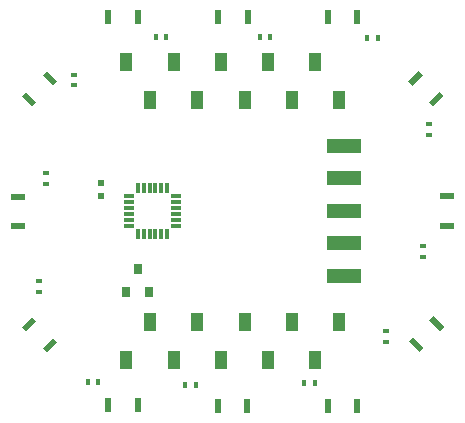
<source format=gbp>
G04 #@! TF.FileFunction,Paste,Bot*
%FSLAX46Y46*%
G04 Gerber Fmt 4.6, Leading zero omitted, Abs format (unit mm)*
G04 Created by KiCad (PCBNEW 4.0.7-e2-6376~58~ubuntu16.04.1) date Thu Aug  2 19:25:17 2018*
%MOMM*%
%LPD*%
G01*
G04 APERTURE LIST*
%ADD10C,0.100000*%
%ADD11R,1.000000X1.600000*%
%ADD12R,0.500000X1.250000*%
%ADD13R,0.850000X0.300000*%
%ADD14R,0.300000X0.850000*%
%ADD15R,1.250000X0.500000*%
%ADD16R,0.800000X0.900000*%
%ADD17R,0.500000X0.600000*%
%ADD18R,0.400000X0.600000*%
%ADD19R,0.600000X0.400000*%
%ADD20R,3.000000X1.250000*%
G04 APERTURE END LIST*
D10*
D11*
X148000000Y-87600000D03*
X146000000Y-84400000D03*
X144000000Y-87600000D03*
X142000000Y-84400000D03*
X140000000Y-87600000D03*
X138000000Y-84400000D03*
X136000000Y-87600000D03*
X134000000Y-84400000D03*
X132000000Y-87600000D03*
X130000000Y-84400000D03*
D12*
X130980000Y-80540000D03*
X128480000Y-80540000D03*
X140260000Y-80570000D03*
X137760000Y-80570000D03*
X149530000Y-80550000D03*
X147030000Y-80550000D03*
X147040000Y-113450000D03*
X149540000Y-113450000D03*
X128470000Y-113390000D03*
X130970000Y-113390000D03*
D13*
X134160000Y-95730000D03*
X134160000Y-96230000D03*
X134160000Y-96730000D03*
X134160000Y-97230000D03*
X134160000Y-97730000D03*
X134160000Y-98230000D03*
D14*
X133460000Y-98930000D03*
X132960000Y-98930000D03*
X132460000Y-98930000D03*
X131960000Y-98930000D03*
X131460000Y-98930000D03*
X130960000Y-98930000D03*
D13*
X130260000Y-98230000D03*
X130260000Y-97730000D03*
X130260000Y-97230000D03*
X130260000Y-96730000D03*
X130260000Y-96230000D03*
X130260000Y-95730000D03*
D14*
X130960000Y-95030000D03*
X131460000Y-95030000D03*
X131960000Y-95030000D03*
X132460000Y-95030000D03*
X132960000Y-95030000D03*
X133460000Y-95030000D03*
D10*
G36*
X156872601Y-87248718D02*
X155988718Y-88132601D01*
X155635165Y-87779048D01*
X156519048Y-86895165D01*
X156872601Y-87248718D01*
X156872601Y-87248718D01*
G37*
G36*
X155104835Y-85480952D02*
X154220952Y-86364835D01*
X153867399Y-86011282D01*
X154751282Y-85127399D01*
X155104835Y-85480952D01*
X155104835Y-85480952D01*
G37*
D15*
X157120000Y-98250000D03*
X157120000Y-95750000D03*
X120860000Y-95760000D03*
X120860000Y-98260000D03*
D12*
X137750000Y-113450000D03*
X140250000Y-113450000D03*
D10*
G36*
X121127399Y-106811282D02*
X122011282Y-105927399D01*
X122364835Y-106280952D01*
X121480952Y-107164835D01*
X121127399Y-106811282D01*
X121127399Y-106811282D01*
G37*
G36*
X122895165Y-108579048D02*
X123779048Y-107695165D01*
X124132601Y-108048718D01*
X123248718Y-108932601D01*
X122895165Y-108579048D01*
X122895165Y-108579048D01*
G37*
G36*
X154771282Y-108902601D02*
X153887399Y-108018718D01*
X154240952Y-107665165D01*
X155124835Y-108549048D01*
X154771282Y-108902601D01*
X154771282Y-108902601D01*
G37*
G36*
X156539048Y-107134835D02*
X155655165Y-106250952D01*
X156008718Y-105897399D01*
X156892601Y-106781282D01*
X156539048Y-107134835D01*
X156539048Y-107134835D01*
G37*
G36*
X123268718Y-85117399D02*
X124152601Y-86001282D01*
X123799048Y-86354835D01*
X122915165Y-85470952D01*
X123268718Y-85117399D01*
X123268718Y-85117399D01*
G37*
G36*
X121500952Y-86885165D02*
X122384835Y-87769048D01*
X122031282Y-88122601D01*
X121147399Y-87238718D01*
X121500952Y-86885165D01*
X121500952Y-86885165D01*
G37*
D16*
X131890000Y-103860000D03*
X129990000Y-103860000D03*
X130940000Y-101860000D03*
D17*
X127880000Y-94620000D03*
X127880000Y-95720000D03*
D18*
X133370000Y-82290000D03*
X132470000Y-82290000D03*
X142175000Y-82275000D03*
X141275000Y-82275000D03*
X151275000Y-82325000D03*
X150375000Y-82325000D03*
D19*
X155625000Y-90550000D03*
X155625000Y-89650000D03*
X155125000Y-100875000D03*
X155125000Y-99975000D03*
X151975000Y-108050000D03*
X151975000Y-107150000D03*
D18*
X145075000Y-111575000D03*
X145975000Y-111575000D03*
X135000000Y-111675000D03*
X135900000Y-111675000D03*
X126725000Y-111425000D03*
X127625000Y-111425000D03*
D19*
X122625000Y-102900000D03*
X122625000Y-103800000D03*
X123150000Y-93800000D03*
X123150000Y-94700000D03*
X125550000Y-85450000D03*
X125550000Y-86350000D03*
D11*
X148000000Y-106400000D03*
X146000000Y-109600000D03*
X144000000Y-106400000D03*
X142000000Y-109600000D03*
X140000000Y-106400000D03*
X138000000Y-109600000D03*
X136000000Y-106400000D03*
X134000000Y-109600000D03*
X132000000Y-106400000D03*
X130000000Y-109600000D03*
D20*
X148400000Y-102475000D03*
X148400000Y-99725000D03*
X148400000Y-96975000D03*
X148400000Y-94225000D03*
X148400000Y-91475000D03*
M02*

</source>
